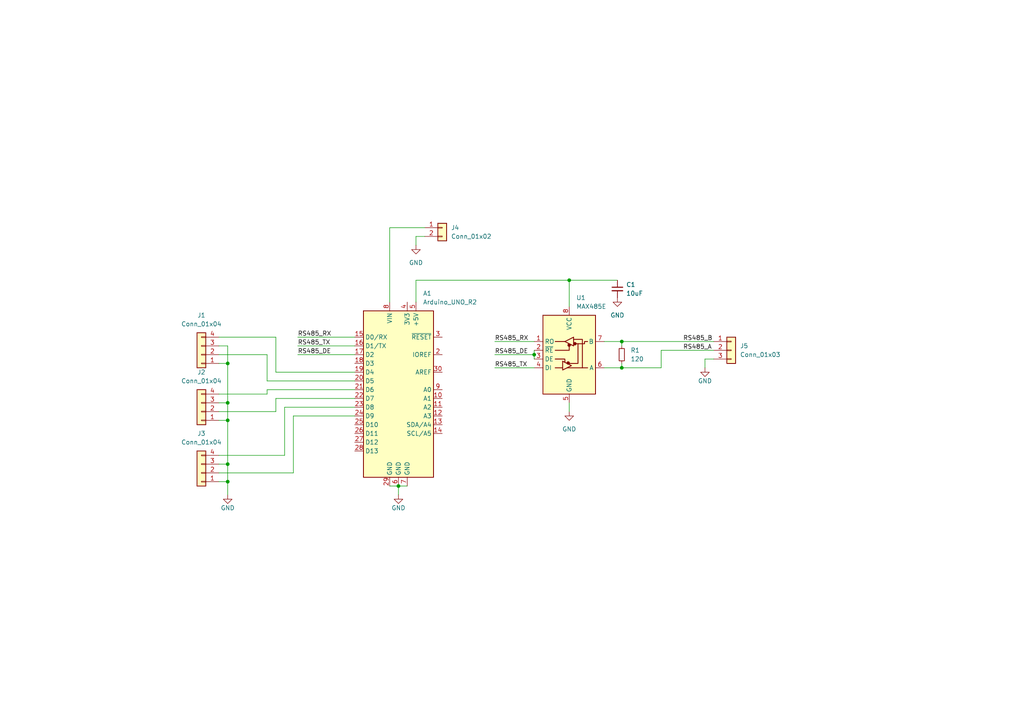
<source format=kicad_sch>
(kicad_sch (version 20211123) (generator eeschema)

  (uuid 4b617d4e-95ab-4de3-952a-7a742a5d8733)

  (paper "A4")

  (lib_symbols
    (symbol "Connector_Generic:Conn_01x02" (pin_names (offset 1.016) hide) (in_bom yes) (on_board yes)
      (property "Reference" "J" (id 0) (at 0 2.54 0)
        (effects (font (size 1.27 1.27)))
      )
      (property "Value" "Conn_01x02" (id 1) (at 0 -5.08 0)
        (effects (font (size 1.27 1.27)))
      )
      (property "Footprint" "" (id 2) (at 0 0 0)
        (effects (font (size 1.27 1.27)) hide)
      )
      (property "Datasheet" "~" (id 3) (at 0 0 0)
        (effects (font (size 1.27 1.27)) hide)
      )
      (property "ki_keywords" "connector" (id 4) (at 0 0 0)
        (effects (font (size 1.27 1.27)) hide)
      )
      (property "ki_description" "Generic connector, single row, 01x02, script generated (kicad-library-utils/schlib/autogen/connector/)" (id 5) (at 0 0 0)
        (effects (font (size 1.27 1.27)) hide)
      )
      (property "ki_fp_filters" "Connector*:*_1x??_*" (id 6) (at 0 0 0)
        (effects (font (size 1.27 1.27)) hide)
      )
      (symbol "Conn_01x02_1_1"
        (rectangle (start -1.27 -2.413) (end 0 -2.667)
          (stroke (width 0.1524) (type default) (color 0 0 0 0))
          (fill (type none))
        )
        (rectangle (start -1.27 0.127) (end 0 -0.127)
          (stroke (width 0.1524) (type default) (color 0 0 0 0))
          (fill (type none))
        )
        (rectangle (start -1.27 1.27) (end 1.27 -3.81)
          (stroke (width 0.254) (type default) (color 0 0 0 0))
          (fill (type background))
        )
        (pin passive line (at -5.08 0 0) (length 3.81)
          (name "Pin_1" (effects (font (size 1.27 1.27))))
          (number "1" (effects (font (size 1.27 1.27))))
        )
        (pin passive line (at -5.08 -2.54 0) (length 3.81)
          (name "Pin_2" (effects (font (size 1.27 1.27))))
          (number "2" (effects (font (size 1.27 1.27))))
        )
      )
    )
    (symbol "Connector_Generic:Conn_01x03" (pin_names (offset 1.016) hide) (in_bom yes) (on_board yes)
      (property "Reference" "J" (id 0) (at 0 5.08 0)
        (effects (font (size 1.27 1.27)))
      )
      (property "Value" "Conn_01x03" (id 1) (at 0 -5.08 0)
        (effects (font (size 1.27 1.27)))
      )
      (property "Footprint" "" (id 2) (at 0 0 0)
        (effects (font (size 1.27 1.27)) hide)
      )
      (property "Datasheet" "~" (id 3) (at 0 0 0)
        (effects (font (size 1.27 1.27)) hide)
      )
      (property "ki_keywords" "connector" (id 4) (at 0 0 0)
        (effects (font (size 1.27 1.27)) hide)
      )
      (property "ki_description" "Generic connector, single row, 01x03, script generated (kicad-library-utils/schlib/autogen/connector/)" (id 5) (at 0 0 0)
        (effects (font (size 1.27 1.27)) hide)
      )
      (property "ki_fp_filters" "Connector*:*_1x??_*" (id 6) (at 0 0 0)
        (effects (font (size 1.27 1.27)) hide)
      )
      (symbol "Conn_01x03_1_1"
        (rectangle (start -1.27 -2.413) (end 0 -2.667)
          (stroke (width 0.1524) (type default) (color 0 0 0 0))
          (fill (type none))
        )
        (rectangle (start -1.27 0.127) (end 0 -0.127)
          (stroke (width 0.1524) (type default) (color 0 0 0 0))
          (fill (type none))
        )
        (rectangle (start -1.27 2.667) (end 0 2.413)
          (stroke (width 0.1524) (type default) (color 0 0 0 0))
          (fill (type none))
        )
        (rectangle (start -1.27 3.81) (end 1.27 -3.81)
          (stroke (width 0.254) (type default) (color 0 0 0 0))
          (fill (type background))
        )
        (pin passive line (at -5.08 2.54 0) (length 3.81)
          (name "Pin_1" (effects (font (size 1.27 1.27))))
          (number "1" (effects (font (size 1.27 1.27))))
        )
        (pin passive line (at -5.08 0 0) (length 3.81)
          (name "Pin_2" (effects (font (size 1.27 1.27))))
          (number "2" (effects (font (size 1.27 1.27))))
        )
        (pin passive line (at -5.08 -2.54 0) (length 3.81)
          (name "Pin_3" (effects (font (size 1.27 1.27))))
          (number "3" (effects (font (size 1.27 1.27))))
        )
      )
    )
    (symbol "Connector_Generic:Conn_01x04" (pin_names (offset 1.016) hide) (in_bom yes) (on_board yes)
      (property "Reference" "J" (id 0) (at 0 5.08 0)
        (effects (font (size 1.27 1.27)))
      )
      (property "Value" "Conn_01x04" (id 1) (at 0 -7.62 0)
        (effects (font (size 1.27 1.27)))
      )
      (property "Footprint" "" (id 2) (at 0 0 0)
        (effects (font (size 1.27 1.27)) hide)
      )
      (property "Datasheet" "~" (id 3) (at 0 0 0)
        (effects (font (size 1.27 1.27)) hide)
      )
      (property "ki_keywords" "connector" (id 4) (at 0 0 0)
        (effects (font (size 1.27 1.27)) hide)
      )
      (property "ki_description" "Generic connector, single row, 01x04, script generated (kicad-library-utils/schlib/autogen/connector/)" (id 5) (at 0 0 0)
        (effects (font (size 1.27 1.27)) hide)
      )
      (property "ki_fp_filters" "Connector*:*_1x??_*" (id 6) (at 0 0 0)
        (effects (font (size 1.27 1.27)) hide)
      )
      (symbol "Conn_01x04_1_1"
        (rectangle (start -1.27 -4.953) (end 0 -5.207)
          (stroke (width 0.1524) (type default) (color 0 0 0 0))
          (fill (type none))
        )
        (rectangle (start -1.27 -2.413) (end 0 -2.667)
          (stroke (width 0.1524) (type default) (color 0 0 0 0))
          (fill (type none))
        )
        (rectangle (start -1.27 0.127) (end 0 -0.127)
          (stroke (width 0.1524) (type default) (color 0 0 0 0))
          (fill (type none))
        )
        (rectangle (start -1.27 2.667) (end 0 2.413)
          (stroke (width 0.1524) (type default) (color 0 0 0 0))
          (fill (type none))
        )
        (rectangle (start -1.27 3.81) (end 1.27 -6.35)
          (stroke (width 0.254) (type default) (color 0 0 0 0))
          (fill (type background))
        )
        (pin passive line (at -5.08 2.54 0) (length 3.81)
          (name "Pin_1" (effects (font (size 1.27 1.27))))
          (number "1" (effects (font (size 1.27 1.27))))
        )
        (pin passive line (at -5.08 0 0) (length 3.81)
          (name "Pin_2" (effects (font (size 1.27 1.27))))
          (number "2" (effects (font (size 1.27 1.27))))
        )
        (pin passive line (at -5.08 -2.54 0) (length 3.81)
          (name "Pin_3" (effects (font (size 1.27 1.27))))
          (number "3" (effects (font (size 1.27 1.27))))
        )
        (pin passive line (at -5.08 -5.08 0) (length 3.81)
          (name "Pin_4" (effects (font (size 1.27 1.27))))
          (number "4" (effects (font (size 1.27 1.27))))
        )
      )
    )
    (symbol "Device:C_Small" (pin_numbers hide) (pin_names (offset 0.254) hide) (in_bom yes) (on_board yes)
      (property "Reference" "C" (id 0) (at 0.254 1.778 0)
        (effects (font (size 1.27 1.27)) (justify left))
      )
      (property "Value" "C_Small" (id 1) (at 0.254 -2.032 0)
        (effects (font (size 1.27 1.27)) (justify left))
      )
      (property "Footprint" "" (id 2) (at 0 0 0)
        (effects (font (size 1.27 1.27)) hide)
      )
      (property "Datasheet" "~" (id 3) (at 0 0 0)
        (effects (font (size 1.27 1.27)) hide)
      )
      (property "ki_keywords" "capacitor cap" (id 4) (at 0 0 0)
        (effects (font (size 1.27 1.27)) hide)
      )
      (property "ki_description" "Unpolarized capacitor, small symbol" (id 5) (at 0 0 0)
        (effects (font (size 1.27 1.27)) hide)
      )
      (property "ki_fp_filters" "C_*" (id 6) (at 0 0 0)
        (effects (font (size 1.27 1.27)) hide)
      )
      (symbol "C_Small_0_1"
        (polyline
          (pts
            (xy -1.524 -0.508)
            (xy 1.524 -0.508)
          )
          (stroke (width 0.3302) (type default) (color 0 0 0 0))
          (fill (type none))
        )
        (polyline
          (pts
            (xy -1.524 0.508)
            (xy 1.524 0.508)
          )
          (stroke (width 0.3048) (type default) (color 0 0 0 0))
          (fill (type none))
        )
      )
      (symbol "C_Small_1_1"
        (pin passive line (at 0 2.54 270) (length 2.032)
          (name "~" (effects (font (size 1.27 1.27))))
          (number "1" (effects (font (size 1.27 1.27))))
        )
        (pin passive line (at 0 -2.54 90) (length 2.032)
          (name "~" (effects (font (size 1.27 1.27))))
          (number "2" (effects (font (size 1.27 1.27))))
        )
      )
    )
    (symbol "Device:R_Small" (pin_numbers hide) (pin_names (offset 0.254) hide) (in_bom yes) (on_board yes)
      (property "Reference" "R" (id 0) (at 0.762 0.508 0)
        (effects (font (size 1.27 1.27)) (justify left))
      )
      (property "Value" "R_Small" (id 1) (at 0.762 -1.016 0)
        (effects (font (size 1.27 1.27)) (justify left))
      )
      (property "Footprint" "" (id 2) (at 0 0 0)
        (effects (font (size 1.27 1.27)) hide)
      )
      (property "Datasheet" "~" (id 3) (at 0 0 0)
        (effects (font (size 1.27 1.27)) hide)
      )
      (property "ki_keywords" "R resistor" (id 4) (at 0 0 0)
        (effects (font (size 1.27 1.27)) hide)
      )
      (property "ki_description" "Resistor, small symbol" (id 5) (at 0 0 0)
        (effects (font (size 1.27 1.27)) hide)
      )
      (property "ki_fp_filters" "R_*" (id 6) (at 0 0 0)
        (effects (font (size 1.27 1.27)) hide)
      )
      (symbol "R_Small_0_1"
        (rectangle (start -0.762 1.778) (end 0.762 -1.778)
          (stroke (width 0.2032) (type default) (color 0 0 0 0))
          (fill (type none))
        )
      )
      (symbol "R_Small_1_1"
        (pin passive line (at 0 2.54 270) (length 0.762)
          (name "~" (effects (font (size 1.27 1.27))))
          (number "1" (effects (font (size 1.27 1.27))))
        )
        (pin passive line (at 0 -2.54 90) (length 0.762)
          (name "~" (effects (font (size 1.27 1.27))))
          (number "2" (effects (font (size 1.27 1.27))))
        )
      )
    )
    (symbol "Interface_UART:MAX485E" (in_bom yes) (on_board yes)
      (property "Reference" "U" (id 0) (at -6.096 11.43 0)
        (effects (font (size 1.27 1.27)))
      )
      (property "Value" "MAX485E" (id 1) (at 0.762 11.43 0)
        (effects (font (size 1.27 1.27)) (justify left))
      )
      (property "Footprint" "" (id 2) (at 0 -17.78 0)
        (effects (font (size 1.27 1.27)) hide)
      )
      (property "Datasheet" "https://datasheets.maximintegrated.com/en/ds/MAX1487E-MAX491E.pdf" (id 3) (at 0 1.27 0)
        (effects (font (size 1.27 1.27)) hide)
      )
      (property "ki_keywords" "Half duplex RS-485/RS-422, 2.5 Mbps, ±15kV electro-static discharge (ESD) protection, no slew-rate, no low-power shutdown, with receiver/driver enable, 32 receiver drive kapacitity, DIP-8 and SOIC-8" (id 4) (at 0 0 0)
        (effects (font (size 1.27 1.27)) hide)
      )
      (property "ki_description" "Half duplex RS-485/RS-422, 2.5 Mbps, ±15kV electro-static discharge (ESD) protection, no slew-rate, no low-power shutdown, with receiver/driver enable, 32 receiver drive kapacitity, DIP-8 and SOIC-8" (id 5) (at 0 0 0)
        (effects (font (size 1.27 1.27)) hide)
      )
      (property "ki_fp_filters" "DIP*W7.62mm* SOIC*3.9x4.9mm*P1.27mm*" (id 6) (at 0 0 0)
        (effects (font (size 1.27 1.27)) hide)
      )
      (symbol "MAX485E_0_1"
        (rectangle (start -7.62 10.16) (end 7.62 -12.7)
          (stroke (width 0.254) (type default) (color 0 0 0 0))
          (fill (type background))
        )
        (circle (center -0.3048 -3.683) (radius 0.3556)
          (stroke (width 0.254) (type default) (color 0 0 0 0))
          (fill (type outline))
        )
        (circle (center -0.0254 1.4986) (radius 0.3556)
          (stroke (width 0.254) (type default) (color 0 0 0 0))
          (fill (type outline))
        )
        (polyline
          (pts
            (xy -4.064 -5.08)
            (xy -1.905 -5.08)
          )
          (stroke (width 0.254) (type default) (color 0 0 0 0))
          (fill (type none))
        )
        (polyline
          (pts
            (xy -4.064 2.54)
            (xy -1.27 2.54)
          )
          (stroke (width 0.254) (type default) (color 0 0 0 0))
          (fill (type none))
        )
        (polyline
          (pts
            (xy -1.27 -3.2004)
            (xy -1.27 -3.4544)
          )
          (stroke (width 0.254) (type default) (color 0 0 0 0))
          (fill (type none))
        )
        (polyline
          (pts
            (xy -0.635 -5.08)
            (xy 5.334 -5.08)
          )
          (stroke (width 0.254) (type default) (color 0 0 0 0))
          (fill (type none))
        )
        (polyline
          (pts
            (xy -4.064 -2.54)
            (xy -1.27 -2.54)
            (xy -1.27 -3.175)
          )
          (stroke (width 0.254) (type default) (color 0 0 0 0))
          (fill (type none))
        )
        (polyline
          (pts
            (xy 0 1.27)
            (xy 0 0)
            (xy -4.064 0)
          )
          (stroke (width 0.254) (type default) (color 0 0 0 0))
          (fill (type none))
        )
        (polyline
          (pts
            (xy 1.27 3.175)
            (xy 3.81 3.175)
            (xy 3.81 -5.08)
          )
          (stroke (width 0.254) (type default) (color 0 0 0 0))
          (fill (type none))
        )
        (polyline
          (pts
            (xy 2.54 1.905)
            (xy 2.54 -3.81)
            (xy 0 -3.81)
          )
          (stroke (width 0.254) (type default) (color 0 0 0 0))
          (fill (type none))
        )
        (polyline
          (pts
            (xy -1.905 -3.175)
            (xy -1.905 -5.715)
            (xy 0.635 -4.445)
            (xy -1.905 -3.175)
          )
          (stroke (width 0.254) (type default) (color 0 0 0 0))
          (fill (type none))
        )
        (polyline
          (pts
            (xy -1.27 2.54)
            (xy 1.27 3.81)
            (xy 1.27 1.27)
            (xy -1.27 2.54)
          )
          (stroke (width 0.254) (type default) (color 0 0 0 0))
          (fill (type none))
        )
        (polyline
          (pts
            (xy 1.905 1.905)
            (xy 4.445 1.905)
            (xy 4.445 2.54)
            (xy 5.334 2.54)
          )
          (stroke (width 0.254) (type default) (color 0 0 0 0))
          (fill (type none))
        )
        (rectangle (start 1.27 3.175) (end 1.27 3.175)
          (stroke (width 0) (type default) (color 0 0 0 0))
          (fill (type none))
        )
        (circle (center 1.651 1.905) (radius 0.3556)
          (stroke (width 0.254) (type default) (color 0 0 0 0))
          (fill (type outline))
        )
      )
      (symbol "MAX485E_1_1"
        (pin output line (at -10.16 2.54 0) (length 2.54)
          (name "RO" (effects (font (size 1.27 1.27))))
          (number "1" (effects (font (size 1.27 1.27))))
        )
        (pin input line (at -10.16 0 0) (length 2.54)
          (name "~{RE}" (effects (font (size 1.27 1.27))))
          (number "2" (effects (font (size 1.27 1.27))))
        )
        (pin input line (at -10.16 -2.54 0) (length 2.54)
          (name "DE" (effects (font (size 1.27 1.27))))
          (number "3" (effects (font (size 1.27 1.27))))
        )
        (pin input line (at -10.16 -5.08 0) (length 2.54)
          (name "DI" (effects (font (size 1.27 1.27))))
          (number "4" (effects (font (size 1.27 1.27))))
        )
        (pin power_in line (at 0 -15.24 90) (length 2.54)
          (name "GND" (effects (font (size 1.27 1.27))))
          (number "5" (effects (font (size 1.27 1.27))))
        )
        (pin bidirectional line (at 10.16 -5.08 180) (length 2.54)
          (name "A" (effects (font (size 1.27 1.27))))
          (number "6" (effects (font (size 1.27 1.27))))
        )
        (pin bidirectional line (at 10.16 2.54 180) (length 2.54)
          (name "B" (effects (font (size 1.27 1.27))))
          (number "7" (effects (font (size 1.27 1.27))))
        )
        (pin power_in line (at 0 12.7 270) (length 2.54)
          (name "VCC" (effects (font (size 1.27 1.27))))
          (number "8" (effects (font (size 1.27 1.27))))
        )
      )
    )
    (symbol "MCU_Module:Arduino_UNO_R2" (in_bom yes) (on_board yes)
      (property "Reference" "A" (id 0) (at -10.16 23.495 0)
        (effects (font (size 1.27 1.27)) (justify left bottom))
      )
      (property "Value" "Arduino_UNO_R2" (id 1) (at 5.08 -26.67 0)
        (effects (font (size 1.27 1.27)) (justify left top))
      )
      (property "Footprint" "Module:Arduino_UNO_R2" (id 2) (at 0 0 0)
        (effects (font (size 1.27 1.27) italic) hide)
      )
      (property "Datasheet" "https://www.arduino.cc/en/Main/arduinoBoardUno" (id 3) (at 0 0 0)
        (effects (font (size 1.27 1.27)) hide)
      )
      (property "ki_keywords" "Arduino UNO R3 Microcontroller Module Atmel AVR USB" (id 4) (at 0 0 0)
        (effects (font (size 1.27 1.27)) hide)
      )
      (property "ki_description" "Arduino UNO Microcontroller Module, release 2" (id 5) (at 0 0 0)
        (effects (font (size 1.27 1.27)) hide)
      )
      (property "ki_fp_filters" "Arduino*UNO*R2*" (id 6) (at 0 0 0)
        (effects (font (size 1.27 1.27)) hide)
      )
      (symbol "Arduino_UNO_R2_0_1"
        (rectangle (start -10.16 22.86) (end 10.16 -25.4)
          (stroke (width 0.254) (type default) (color 0 0 0 0))
          (fill (type background))
        )
      )
      (symbol "Arduino_UNO_R2_1_1"
        (pin no_connect line (at -10.16 -20.32 0) (length 2.54) hide
          (name "NC" (effects (font (size 1.27 1.27))))
          (number "1" (effects (font (size 1.27 1.27))))
        )
        (pin bidirectional line (at 12.7 -2.54 180) (length 2.54)
          (name "A1" (effects (font (size 1.27 1.27))))
          (number "10" (effects (font (size 1.27 1.27))))
        )
        (pin bidirectional line (at 12.7 -5.08 180) (length 2.54)
          (name "A2" (effects (font (size 1.27 1.27))))
          (number "11" (effects (font (size 1.27 1.27))))
        )
        (pin bidirectional line (at 12.7 -7.62 180) (length 2.54)
          (name "A3" (effects (font (size 1.27 1.27))))
          (number "12" (effects (font (size 1.27 1.27))))
        )
        (pin bidirectional line (at 12.7 -10.16 180) (length 2.54)
          (name "SDA/A4" (effects (font (size 1.27 1.27))))
          (number "13" (effects (font (size 1.27 1.27))))
        )
        (pin bidirectional line (at 12.7 -12.7 180) (length 2.54)
          (name "SCL/A5" (effects (font (size 1.27 1.27))))
          (number "14" (effects (font (size 1.27 1.27))))
        )
        (pin bidirectional line (at -12.7 15.24 0) (length 2.54)
          (name "D0/RX" (effects (font (size 1.27 1.27))))
          (number "15" (effects (font (size 1.27 1.27))))
        )
        (pin bidirectional line (at -12.7 12.7 0) (length 2.54)
          (name "D1/TX" (effects (font (size 1.27 1.27))))
          (number "16" (effects (font (size 1.27 1.27))))
        )
        (pin bidirectional line (at -12.7 10.16 0) (length 2.54)
          (name "D2" (effects (font (size 1.27 1.27))))
          (number "17" (effects (font (size 1.27 1.27))))
        )
        (pin bidirectional line (at -12.7 7.62 0) (length 2.54)
          (name "D3" (effects (font (size 1.27 1.27))))
          (number "18" (effects (font (size 1.27 1.27))))
        )
        (pin bidirectional line (at -12.7 5.08 0) (length 2.54)
          (name "D4" (effects (font (size 1.27 1.27))))
          (number "19" (effects (font (size 1.27 1.27))))
        )
        (pin output line (at 12.7 10.16 180) (length 2.54)
          (name "IOREF" (effects (font (size 1.27 1.27))))
          (number "2" (effects (font (size 1.27 1.27))))
        )
        (pin bidirectional line (at -12.7 2.54 0) (length 2.54)
          (name "D5" (effects (font (size 1.27 1.27))))
          (number "20" (effects (font (size 1.27 1.27))))
        )
        (pin bidirectional line (at -12.7 0 0) (length 2.54)
          (name "D6" (effects (font (size 1.27 1.27))))
          (number "21" (effects (font (size 1.27 1.27))))
        )
        (pin bidirectional line (at -12.7 -2.54 0) (length 2.54)
          (name "D7" (effects (font (size 1.27 1.27))))
          (number "22" (effects (font (size 1.27 1.27))))
        )
        (pin bidirectional line (at -12.7 -5.08 0) (length 2.54)
          (name "D8" (effects (font (size 1.27 1.27))))
          (number "23" (effects (font (size 1.27 1.27))))
        )
        (pin bidirectional line (at -12.7 -7.62 0) (length 2.54)
          (name "D9" (effects (font (size 1.27 1.27))))
          (number "24" (effects (font (size 1.27 1.27))))
        )
        (pin bidirectional line (at -12.7 -10.16 0) (length 2.54)
          (name "D10" (effects (font (size 1.27 1.27))))
          (number "25" (effects (font (size 1.27 1.27))))
        )
        (pin bidirectional line (at -12.7 -12.7 0) (length 2.54)
          (name "D11" (effects (font (size 1.27 1.27))))
          (number "26" (effects (font (size 1.27 1.27))))
        )
        (pin bidirectional line (at -12.7 -15.24 0) (length 2.54)
          (name "D12" (effects (font (size 1.27 1.27))))
          (number "27" (effects (font (size 1.27 1.27))))
        )
        (pin bidirectional line (at -12.7 -17.78 0) (length 2.54)
          (name "D13" (effects (font (size 1.27 1.27))))
          (number "28" (effects (font (size 1.27 1.27))))
        )
        (pin power_in line (at -2.54 -27.94 90) (length 2.54)
          (name "GND" (effects (font (size 1.27 1.27))))
          (number "29" (effects (font (size 1.27 1.27))))
        )
        (pin input line (at 12.7 15.24 180) (length 2.54)
          (name "~{RESET}" (effects (font (size 1.27 1.27))))
          (number "3" (effects (font (size 1.27 1.27))))
        )
        (pin input line (at 12.7 5.08 180) (length 2.54)
          (name "AREF" (effects (font (size 1.27 1.27))))
          (number "30" (effects (font (size 1.27 1.27))))
        )
        (pin power_out line (at 2.54 25.4 270) (length 2.54)
          (name "3V3" (effects (font (size 1.27 1.27))))
          (number "4" (effects (font (size 1.27 1.27))))
        )
        (pin power_out line (at 5.08 25.4 270) (length 2.54)
          (name "+5V" (effects (font (size 1.27 1.27))))
          (number "5" (effects (font (size 1.27 1.27))))
        )
        (pin power_in line (at 0 -27.94 90) (length 2.54)
          (name "GND" (effects (font (size 1.27 1.27))))
          (number "6" (effects (font (size 1.27 1.27))))
        )
        (pin power_in line (at 2.54 -27.94 90) (length 2.54)
          (name "GND" (effects (font (size 1.27 1.27))))
          (number "7" (effects (font (size 1.27 1.27))))
        )
        (pin power_in line (at -2.54 25.4 270) (length 2.54)
          (name "VIN" (effects (font (size 1.27 1.27))))
          (number "8" (effects (font (size 1.27 1.27))))
        )
        (pin bidirectional line (at 12.7 0 180) (length 2.54)
          (name "A0" (effects (font (size 1.27 1.27))))
          (number "9" (effects (font (size 1.27 1.27))))
        )
      )
    )
    (symbol "power:GND" (power) (pin_names (offset 0)) (in_bom yes) (on_board yes)
      (property "Reference" "#PWR" (id 0) (at 0 -6.35 0)
        (effects (font (size 1.27 1.27)) hide)
      )
      (property "Value" "GND" (id 1) (at 0 -3.81 0)
        (effects (font (size 1.27 1.27)))
      )
      (property "Footprint" "" (id 2) (at 0 0 0)
        (effects (font (size 1.27 1.27)) hide)
      )
      (property "Datasheet" "" (id 3) (at 0 0 0)
        (effects (font (size 1.27 1.27)) hide)
      )
      (property "ki_keywords" "global power" (id 4) (at 0 0 0)
        (effects (font (size 1.27 1.27)) hide)
      )
      (property "ki_description" "Power symbol creates a global label with name \"GND\" , ground" (id 5) (at 0 0 0)
        (effects (font (size 1.27 1.27)) hide)
      )
      (symbol "GND_0_1"
        (polyline
          (pts
            (xy 0 0)
            (xy 0 -1.27)
            (xy 1.27 -1.27)
            (xy 0 -2.54)
            (xy -1.27 -1.27)
            (xy 0 -1.27)
          )
          (stroke (width 0) (type default) (color 0 0 0 0))
          (fill (type none))
        )
      )
      (symbol "GND_1_1"
        (pin power_in line (at 0 0 270) (length 0) hide
          (name "GND" (effects (font (size 1.27 1.27))))
          (number "1" (effects (font (size 1.27 1.27))))
        )
      )
    )
  )

  (junction (at 66.04 116.84) (diameter 0) (color 0 0 0 0)
    (uuid 02edde10-5a55-41ca-8ee4-aadb7d3b0c9e)
  )
  (junction (at 154.94 102.87) (diameter 0) (color 0 0 0 0)
    (uuid 1b8e6123-19f0-40e5-9fa5-aad5b91fd683)
  )
  (junction (at 66.04 134.62) (diameter 0) (color 0 0 0 0)
    (uuid 553c8c7a-4d33-489b-aee5-933213073bba)
  )
  (junction (at 66.04 139.7) (diameter 0) (color 0 0 0 0)
    (uuid 5d04499c-8ff9-47d2-b694-ea6a0460b30f)
  )
  (junction (at 66.04 121.92) (diameter 0) (color 0 0 0 0)
    (uuid 5e5aea01-8302-4f4d-8ccd-6a2069efb22b)
  )
  (junction (at 115.57 140.97) (diameter 0) (color 0 0 0 0)
    (uuid 6b04fbef-34b7-4c40-87ed-f2105c694500)
  )
  (junction (at 66.04 105.41) (diameter 0) (color 0 0 0 0)
    (uuid 711398ce-e64f-44bd-ac33-171813f55e9e)
  )
  (junction (at 165.1 81.28) (diameter 0) (color 0 0 0 0)
    (uuid 9dd7f35e-cf27-42d9-bd81-56187be217bc)
  )
  (junction (at 180.34 106.68) (diameter 0) (color 0 0 0 0)
    (uuid ecd2668d-4a96-4d03-8edf-40b4bbed2c9d)
  )
  (junction (at 180.34 99.06) (diameter 0) (color 0 0 0 0)
    (uuid f2c976fb-5603-4843-80ad-861502086aeb)
  )

  (wire (pts (xy 204.47 104.14) (xy 204.47 106.68))
    (stroke (width 0) (type default) (color 0 0 0 0))
    (uuid 0457b2ad-d148-4921-9cac-48e9cdf71bf3)
  )
  (wire (pts (xy 102.87 113.03) (xy 77.47 113.03))
    (stroke (width 0) (type default) (color 0 0 0 0))
    (uuid 0a107461-cd29-494e-bf28-f98092ac8fd3)
  )
  (wire (pts (xy 123.19 66.04) (xy 113.03 66.04))
    (stroke (width 0) (type default) (color 0 0 0 0))
    (uuid 0dafcc0a-3a18-469f-877f-1e23026dd5eb)
  )
  (wire (pts (xy 120.65 71.12) (xy 120.65 68.58))
    (stroke (width 0) (type default) (color 0 0 0 0))
    (uuid 0dba84b2-1792-499e-9cc0-4c7bd6555b2a)
  )
  (wire (pts (xy 63.5 100.33) (xy 66.04 100.33))
    (stroke (width 0) (type default) (color 0 0 0 0))
    (uuid 104ac271-82ad-4477-ab6a-dccea5a83b1b)
  )
  (wire (pts (xy 77.47 113.03) (xy 77.47 114.3))
    (stroke (width 0) (type default) (color 0 0 0 0))
    (uuid 12308253-6d7a-4f6c-8f12-9cef687c02e8)
  )
  (wire (pts (xy 120.65 68.58) (xy 123.19 68.58))
    (stroke (width 0) (type default) (color 0 0 0 0))
    (uuid 13e9a380-e4d8-4497-99e2-452b63ab5bb2)
  )
  (wire (pts (xy 63.5 105.41) (xy 66.04 105.41))
    (stroke (width 0) (type default) (color 0 0 0 0))
    (uuid 16a439c6-0758-42b8-9ac5-c2c9b149ff0c)
  )
  (wire (pts (xy 165.1 81.28) (xy 120.65 81.28))
    (stroke (width 0) (type default) (color 0 0 0 0))
    (uuid 16ca41f2-f1e2-4760-b194-5ba44c799a91)
  )
  (wire (pts (xy 66.04 134.62) (xy 66.04 139.7))
    (stroke (width 0) (type default) (color 0 0 0 0))
    (uuid 1cbddc4c-c5ab-4ac8-a593-53deebe48326)
  )
  (wire (pts (xy 165.1 116.84) (xy 165.1 119.38))
    (stroke (width 0) (type default) (color 0 0 0 0))
    (uuid 1ff70131-70ed-400e-b703-2271bc738da4)
  )
  (wire (pts (xy 120.65 81.28) (xy 120.65 87.63))
    (stroke (width 0) (type default) (color 0 0 0 0))
    (uuid 22cb5800-df91-4ea4-85b5-9731b2f70f3d)
  )
  (wire (pts (xy 86.36 97.79) (xy 102.87 97.79))
    (stroke (width 0) (type default) (color 0 0 0 0))
    (uuid 23b5b17c-837b-4e54-a7dc-65a2b2cc169c)
  )
  (wire (pts (xy 82.55 132.08) (xy 63.5 132.08))
    (stroke (width 0) (type default) (color 0 0 0 0))
    (uuid 248ba933-c774-4157-9357-5cf558076554)
  )
  (wire (pts (xy 86.36 102.87) (xy 102.87 102.87))
    (stroke (width 0) (type default) (color 0 0 0 0))
    (uuid 25db1918-7a29-4936-975b-874c55d8e6d2)
  )
  (wire (pts (xy 115.57 140.97) (xy 118.11 140.97))
    (stroke (width 0) (type default) (color 0 0 0 0))
    (uuid 26e2c7da-0f16-4ef0-ad85-32e8989e44f4)
  )
  (wire (pts (xy 165.1 88.9) (xy 165.1 81.28))
    (stroke (width 0) (type default) (color 0 0 0 0))
    (uuid 2d93584f-e93e-4313-895e-27d74365f0aa)
  )
  (wire (pts (xy 80.01 119.38) (xy 80.01 115.57))
    (stroke (width 0) (type default) (color 0 0 0 0))
    (uuid 399abdf0-5a50-4e12-96bd-6ef03b776071)
  )
  (wire (pts (xy 180.34 99.06) (xy 180.34 100.33))
    (stroke (width 0) (type default) (color 0 0 0 0))
    (uuid 49c0176c-8eea-442e-9403-e3727c655cf6)
  )
  (wire (pts (xy 82.55 118.11) (xy 82.55 132.08))
    (stroke (width 0) (type default) (color 0 0 0 0))
    (uuid 4a073ab3-bb70-450a-8b89-1e4064307f5e)
  )
  (wire (pts (xy 175.26 99.06) (xy 180.34 99.06))
    (stroke (width 0) (type default) (color 0 0 0 0))
    (uuid 53e722a0-7cc2-40f8-9dbf-a6c41ed8f3f7)
  )
  (wire (pts (xy 175.26 106.68) (xy 180.34 106.68))
    (stroke (width 0) (type default) (color 0 0 0 0))
    (uuid 58e580fb-7fd6-4915-b6a0-7da4ba5e461c)
  )
  (wire (pts (xy 77.47 114.3) (xy 63.5 114.3))
    (stroke (width 0) (type default) (color 0 0 0 0))
    (uuid 5a9c68e4-4da2-41ad-a13c-c0407efa3b1a)
  )
  (wire (pts (xy 180.34 106.68) (xy 191.77 106.68))
    (stroke (width 0) (type default) (color 0 0 0 0))
    (uuid 5ac36d57-ffe9-4693-850f-fe445e9970cf)
  )
  (wire (pts (xy 102.87 118.11) (xy 82.55 118.11))
    (stroke (width 0) (type default) (color 0 0 0 0))
    (uuid 5d71ae5d-d15f-4307-86e6-8c8b94e5f31e)
  )
  (wire (pts (xy 143.51 102.87) (xy 154.94 102.87))
    (stroke (width 0) (type default) (color 0 0 0 0))
    (uuid 5eaf6efe-3167-461e-b568-aafa3f0d7a3d)
  )
  (wire (pts (xy 80.01 97.79) (xy 63.5 97.79))
    (stroke (width 0) (type default) (color 0 0 0 0))
    (uuid 61473951-ae80-49f9-b280-fa715242746e)
  )
  (wire (pts (xy 85.09 120.65) (xy 102.87 120.65))
    (stroke (width 0) (type default) (color 0 0 0 0))
    (uuid 62a8eba7-ab55-45d0-9a96-6483810e1617)
  )
  (wire (pts (xy 63.5 102.87) (xy 77.47 102.87))
    (stroke (width 0) (type default) (color 0 0 0 0))
    (uuid 65892ac0-4af6-420c-936b-96532ed79b90)
  )
  (wire (pts (xy 191.77 101.6) (xy 207.01 101.6))
    (stroke (width 0) (type default) (color 0 0 0 0))
    (uuid 6674821a-6870-4930-b82f-daa51482ccb8)
  )
  (wire (pts (xy 115.57 140.97) (xy 115.57 143.51))
    (stroke (width 0) (type default) (color 0 0 0 0))
    (uuid 74b63eac-2c0c-4038-a620-1b5f7cb1ea0d)
  )
  (wire (pts (xy 63.5 119.38) (xy 80.01 119.38))
    (stroke (width 0) (type default) (color 0 0 0 0))
    (uuid 76885d34-0e29-474d-8eb4-3bf8705d9637)
  )
  (wire (pts (xy 80.01 115.57) (xy 102.87 115.57))
    (stroke (width 0) (type default) (color 0 0 0 0))
    (uuid 7fbec796-49a8-4132-a9c9-1f69c176df09)
  )
  (wire (pts (xy 63.5 121.92) (xy 66.04 121.92))
    (stroke (width 0) (type default) (color 0 0 0 0))
    (uuid 82a5c596-18d1-4ea0-8c80-a18644f4cf8b)
  )
  (wire (pts (xy 66.04 139.7) (xy 66.04 143.51))
    (stroke (width 0) (type default) (color 0 0 0 0))
    (uuid 8449ea7a-599d-4e5a-a923-6503b31dfe79)
  )
  (wire (pts (xy 77.47 110.49) (xy 102.87 110.49))
    (stroke (width 0) (type default) (color 0 0 0 0))
    (uuid 849aa634-3466-40a9-9f9b-68b592413ab0)
  )
  (wire (pts (xy 154.94 101.6) (xy 154.94 102.87))
    (stroke (width 0) (type default) (color 0 0 0 0))
    (uuid 854a6bc4-98f8-44c2-a4de-fe170658fa77)
  )
  (wire (pts (xy 66.04 100.33) (xy 66.04 105.41))
    (stroke (width 0) (type default) (color 0 0 0 0))
    (uuid 89dc9b91-b400-4b8b-9862-91c483447120)
  )
  (wire (pts (xy 66.04 121.92) (xy 66.04 134.62))
    (stroke (width 0) (type default) (color 0 0 0 0))
    (uuid 97ac5977-b18d-4169-bb3e-3558c1da2753)
  )
  (wire (pts (xy 165.1 81.28) (xy 179.07 81.28))
    (stroke (width 0) (type default) (color 0 0 0 0))
    (uuid 9ffd9690-bfe7-4a32-aa39-10bd42174cab)
  )
  (wire (pts (xy 63.5 116.84) (xy 66.04 116.84))
    (stroke (width 0) (type default) (color 0 0 0 0))
    (uuid ac596677-095b-4dab-bee8-993de9492ed5)
  )
  (wire (pts (xy 66.04 105.41) (xy 66.04 116.84))
    (stroke (width 0) (type default) (color 0 0 0 0))
    (uuid b216fe93-a6d2-48cf-94c5-7a164b617292)
  )
  (wire (pts (xy 85.09 137.16) (xy 85.09 120.65))
    (stroke (width 0) (type default) (color 0 0 0 0))
    (uuid b48aa478-06ae-4bcc-9238-de4e0b09e22a)
  )
  (wire (pts (xy 102.87 107.95) (xy 80.01 107.95))
    (stroke (width 0) (type default) (color 0 0 0 0))
    (uuid b7883222-c4e2-4bc5-b778-42665e4e3a9a)
  )
  (wire (pts (xy 66.04 116.84) (xy 66.04 121.92))
    (stroke (width 0) (type default) (color 0 0 0 0))
    (uuid ba794964-4707-4899-ba0a-39a7365143e7)
  )
  (wire (pts (xy 180.34 105.41) (xy 180.34 106.68))
    (stroke (width 0) (type default) (color 0 0 0 0))
    (uuid bef9e475-a8e0-423a-80b8-37762ebc2c85)
  )
  (wire (pts (xy 113.03 66.04) (xy 113.03 87.63))
    (stroke (width 0) (type default) (color 0 0 0 0))
    (uuid c027a46c-6dd3-4256-b712-adda0950f1bb)
  )
  (wire (pts (xy 143.51 106.68) (xy 154.94 106.68))
    (stroke (width 0) (type default) (color 0 0 0 0))
    (uuid c4c1067c-a299-409c-b76d-9c42368cef48)
  )
  (wire (pts (xy 77.47 102.87) (xy 77.47 110.49))
    (stroke (width 0) (type default) (color 0 0 0 0))
    (uuid c6562b9f-21b9-4564-859c-b00247043159)
  )
  (wire (pts (xy 154.94 102.87) (xy 154.94 104.14))
    (stroke (width 0) (type default) (color 0 0 0 0))
    (uuid c9ac563e-4fc4-4be0-be18-95c0f3db4bbc)
  )
  (wire (pts (xy 63.5 139.7) (xy 66.04 139.7))
    (stroke (width 0) (type default) (color 0 0 0 0))
    (uuid d02525e2-bad7-4c47-9ee2-65a3058caa08)
  )
  (wire (pts (xy 207.01 104.14) (xy 204.47 104.14))
    (stroke (width 0) (type default) (color 0 0 0 0))
    (uuid d3d2a969-46a8-4f21-a4a9-e282ff510bfe)
  )
  (wire (pts (xy 191.77 106.68) (xy 191.77 101.6))
    (stroke (width 0) (type default) (color 0 0 0 0))
    (uuid ddc8533e-f6fb-4ab3-ac2f-502114a9f274)
  )
  (wire (pts (xy 80.01 107.95) (xy 80.01 97.79))
    (stroke (width 0) (type default) (color 0 0 0 0))
    (uuid ea24ddbc-0ddd-43b7-9767-f509a4e38d67)
  )
  (wire (pts (xy 63.5 134.62) (xy 66.04 134.62))
    (stroke (width 0) (type default) (color 0 0 0 0))
    (uuid eae46bae-98a9-4d15-bd5a-4cab01a42152)
  )
  (wire (pts (xy 63.5 137.16) (xy 85.09 137.16))
    (stroke (width 0) (type default) (color 0 0 0 0))
    (uuid ecc77528-6633-4b5c-b500-616598ef3bc0)
  )
  (wire (pts (xy 143.51 99.06) (xy 154.94 99.06))
    (stroke (width 0) (type default) (color 0 0 0 0))
    (uuid ecc77d6c-da19-480e-8b8c-ca3bf2ee6bf1)
  )
  (wire (pts (xy 86.36 100.33) (xy 102.87 100.33))
    (stroke (width 0) (type default) (color 0 0 0 0))
    (uuid ed372981-450a-450e-ba38-172514168cdc)
  )
  (wire (pts (xy 113.03 140.97) (xy 115.57 140.97))
    (stroke (width 0) (type default) (color 0 0 0 0))
    (uuid f26bd5e2-f347-49ed-85e2-ba5c7f2971d8)
  )
  (wire (pts (xy 180.34 99.06) (xy 207.01 99.06))
    (stroke (width 0) (type default) (color 0 0 0 0))
    (uuid fc893d8e-00d3-41a6-98e4-5ce918336f0e)
  )

  (label "RS485_DE" (at 86.36 102.87 0)
    (effects (font (size 1.27 1.27)) (justify left bottom))
    (uuid 047b776b-ec33-43b5-97d3-427ca6e4298c)
  )
  (label "RS485_TX" (at 143.51 106.68 0)
    (effects (font (size 1.27 1.27)) (justify left bottom))
    (uuid 102979ef-5338-43b2-8ebd-146c7772fffb)
  )
  (label "RS485_RX" (at 86.36 97.79 0)
    (effects (font (size 1.27 1.27)) (justify left bottom))
    (uuid 263f04f7-2d1b-499d-aaf6-145418c7a6ea)
  )
  (label "RS485_RX" (at 143.51 99.06 0)
    (effects (font (size 1.27 1.27)) (justify left bottom))
    (uuid 38924be3-840a-4399-beda-9cf8fb481a17)
  )
  (label "RS485_A" (at 198.12 101.6 0)
    (effects (font (size 1.27 1.27)) (justify left bottom))
    (uuid 87518c0f-d0ef-465b-a093-daf222100f15)
  )
  (label "RS485_DE" (at 143.51 102.87 0)
    (effects (font (size 1.27 1.27)) (justify left bottom))
    (uuid 91f2e897-0f4a-4a53-bc5a-fe0cbdbd7ed1)
  )
  (label "RS485_TX" (at 86.36 100.33 0)
    (effects (font (size 1.27 1.27)) (justify left bottom))
    (uuid d3ee8ba8-6403-4dbd-8a0a-3f638a432873)
  )
  (label "RS485_B" (at 198.12 99.06 0)
    (effects (font (size 1.27 1.27)) (justify left bottom))
    (uuid de34b200-96c0-4391-a1ab-686d68dc2ad7)
  )

  (symbol (lib_id "Connector_Generic:Conn_01x02") (at 128.27 66.04 0) (unit 1)
    (in_bom yes) (on_board yes) (fields_autoplaced)
    (uuid 199b65ae-7059-4aa8-814a-ae328c8150b4)
    (property "Reference" "J4" (id 0) (at 130.81 66.0399 0)
      (effects (font (size 1.27 1.27)) (justify left))
    )
    (property "Value" "Conn_01x02" (id 1) (at 130.81 68.5799 0)
      (effects (font (size 1.27 1.27)) (justify left))
    )
    (property "Footprint" "TerminalBlock_Phoenix:TerminalBlock_Phoenix_PT-1,5-2-3.5-H_1x02_P3.50mm_Horizontal" (id 2) (at 128.27 66.04 0)
      (effects (font (size 1.27 1.27)) hide)
    )
    (property "Datasheet" "~" (id 3) (at 128.27 66.04 0)
      (effects (font (size 1.27 1.27)) hide)
    )
    (pin "1" (uuid 9c52d8ed-faf1-435b-9059-71dea1e51289))
    (pin "2" (uuid 3293a189-8c77-4661-b837-8280a1d82f1c))
  )

  (symbol (lib_id "power:GND") (at 204.47 106.68 0) (unit 1)
    (in_bom yes) (on_board yes)
    (uuid 2aff1025-d13b-48ce-ab92-294bc026fcbc)
    (property "Reference" "#PWR0101" (id 0) (at 204.47 113.03 0)
      (effects (font (size 1.27 1.27)) hide)
    )
    (property "Value" "GND" (id 1) (at 204.47 110.49 0))
    (property "Footprint" "" (id 2) (at 204.47 106.68 0)
      (effects (font (size 1.27 1.27)) hide)
    )
    (property "Datasheet" "" (id 3) (at 204.47 106.68 0)
      (effects (font (size 1.27 1.27)) hide)
    )
    (pin "1" (uuid f14a6daa-1793-4a31-a3d2-034301be869b))
  )

  (symbol (lib_id "Connector_Generic:Conn_01x04") (at 58.42 119.38 180) (unit 1)
    (in_bom yes) (on_board yes) (fields_autoplaced)
    (uuid 3ffcb9a8-9493-43a4-b527-f2947b6b41b1)
    (property "Reference" "J2" (id 0) (at 58.42 107.95 0))
    (property "Value" "Conn_01x04" (id 1) (at 58.42 110.49 0))
    (property "Footprint" "TerminalBlock_Phoenix:TerminalBlock_Phoenix_PT-1,5-4-3.5-H_1x04_P3.50mm_Horizontal" (id 2) (at 58.42 119.38 0)
      (effects (font (size 1.27 1.27)) hide)
    )
    (property "Datasheet" "~" (id 3) (at 58.42 119.38 0)
      (effects (font (size 1.27 1.27)) hide)
    )
    (pin "1" (uuid ef9e31f9-1a7d-4ffb-8601-466e1528fe3e))
    (pin "2" (uuid 50187340-17ac-419d-a91f-5dac25fd4282))
    (pin "3" (uuid 15fcac77-81d3-4e6f-b797-8149a280df1d))
    (pin "4" (uuid c30f1f7f-3ecb-431d-a810-5b9bc1227ff6))
  )

  (symbol (lib_id "Connector_Generic:Conn_01x03") (at 212.09 101.6 0) (unit 1)
    (in_bom yes) (on_board yes) (fields_autoplaced)
    (uuid 4b178b46-527e-4e70-8217-33967f4e12f1)
    (property "Reference" "J5" (id 0) (at 214.63 100.3299 0)
      (effects (font (size 1.27 1.27)) (justify left))
    )
    (property "Value" "Conn_01x03" (id 1) (at 214.63 102.8699 0)
      (effects (font (size 1.27 1.27)) (justify left))
    )
    (property "Footprint" "TerminalBlock_Phoenix:TerminalBlock_Phoenix_PT-1,5-3-3.5-H_1x03_P3.50mm_Horizontal" (id 2) (at 212.09 101.6 0)
      (effects (font (size 1.27 1.27)) hide)
    )
    (property "Datasheet" "~" (id 3) (at 212.09 101.6 0)
      (effects (font (size 1.27 1.27)) hide)
    )
    (pin "1" (uuid b4a8ab7c-c953-4b17-aa2b-89c120d18fdd))
    (pin "2" (uuid bf328832-c51d-4b65-8099-84e69c6a2bc0))
    (pin "3" (uuid e4487e0f-f435-47bc-abcd-85fbd80198fa))
  )

  (symbol (lib_id "power:GND") (at 179.07 86.36 0) (unit 1)
    (in_bom yes) (on_board yes) (fields_autoplaced)
    (uuid 70a58261-eff5-4b60-8bf8-785d9c9fd9f2)
    (property "Reference" "#PWR0104" (id 0) (at 179.07 92.71 0)
      (effects (font (size 1.27 1.27)) hide)
    )
    (property "Value" "GND" (id 1) (at 179.07 91.44 0))
    (property "Footprint" "" (id 2) (at 179.07 86.36 0)
      (effects (font (size 1.27 1.27)) hide)
    )
    (property "Datasheet" "" (id 3) (at 179.07 86.36 0)
      (effects (font (size 1.27 1.27)) hide)
    )
    (pin "1" (uuid 2e2bf3e1-b959-4e48-97c7-bd840d374487))
  )

  (symbol (lib_id "Connector_Generic:Conn_01x04") (at 58.42 102.87 180) (unit 1)
    (in_bom yes) (on_board yes) (fields_autoplaced)
    (uuid 774f6221-841c-41b4-abc4-6ccddd1de7f2)
    (property "Reference" "J1" (id 0) (at 58.42 91.44 0))
    (property "Value" "Conn_01x04" (id 1) (at 58.42 93.98 0))
    (property "Footprint" "TerminalBlock_Phoenix:TerminalBlock_Phoenix_PT-1,5-4-3.5-H_1x04_P3.50mm_Horizontal" (id 2) (at 58.42 102.87 0)
      (effects (font (size 1.27 1.27)) hide)
    )
    (property "Datasheet" "~" (id 3) (at 58.42 102.87 0)
      (effects (font (size 1.27 1.27)) hide)
    )
    (pin "1" (uuid 907b852b-7645-4fdb-84e8-13e7f5ec6b8d))
    (pin "2" (uuid 1b694af3-d8df-4059-91ce-636046c98521))
    (pin "3" (uuid f5a5eab1-6050-4a67-ad69-4ed5ec7d0cab))
    (pin "4" (uuid 94bbf9f3-a620-44ba-b8b5-7dbe1e5cbcd4))
  )

  (symbol (lib_id "power:GND") (at 66.04 143.51 0) (unit 1)
    (in_bom yes) (on_board yes)
    (uuid 8314dfe5-2265-499b-bac4-50820e4b40e0)
    (property "Reference" "#PWR0106" (id 0) (at 66.04 149.86 0)
      (effects (font (size 1.27 1.27)) hide)
    )
    (property "Value" "GND" (id 1) (at 66.04 147.32 0))
    (property "Footprint" "" (id 2) (at 66.04 143.51 0)
      (effects (font (size 1.27 1.27)) hide)
    )
    (property "Datasheet" "" (id 3) (at 66.04 143.51 0)
      (effects (font (size 1.27 1.27)) hide)
    )
    (pin "1" (uuid 350522fc-9c4c-4985-be0d-df41edfc4e69))
  )

  (symbol (lib_id "power:GND") (at 120.65 71.12 0) (unit 1)
    (in_bom yes) (on_board yes) (fields_autoplaced)
    (uuid 8a2f429b-bb4c-40e7-abba-b6299a5217cd)
    (property "Reference" "#PWR0102" (id 0) (at 120.65 77.47 0)
      (effects (font (size 1.27 1.27)) hide)
    )
    (property "Value" "GND" (id 1) (at 120.65 76.2 0))
    (property "Footprint" "" (id 2) (at 120.65 71.12 0)
      (effects (font (size 1.27 1.27)) hide)
    )
    (property "Datasheet" "" (id 3) (at 120.65 71.12 0)
      (effects (font (size 1.27 1.27)) hide)
    )
    (pin "1" (uuid 72754c7d-bd3f-4741-848b-abb2b4dd3631))
  )

  (symbol (lib_id "power:GND") (at 165.1 119.38 0) (unit 1)
    (in_bom yes) (on_board yes) (fields_autoplaced)
    (uuid 93cc6fd0-90fd-40b4-80c3-e7d33558b7ba)
    (property "Reference" "#PWR0103" (id 0) (at 165.1 125.73 0)
      (effects (font (size 1.27 1.27)) hide)
    )
    (property "Value" "GND" (id 1) (at 165.1 124.46 0))
    (property "Footprint" "" (id 2) (at 165.1 119.38 0)
      (effects (font (size 1.27 1.27)) hide)
    )
    (property "Datasheet" "" (id 3) (at 165.1 119.38 0)
      (effects (font (size 1.27 1.27)) hide)
    )
    (pin "1" (uuid 6ef7f9bd-3932-4c4e-9056-c7086b5abf76))
  )

  (symbol (lib_id "Interface_UART:MAX485E") (at 165.1 101.6 0) (unit 1)
    (in_bom yes) (on_board yes) (fields_autoplaced)
    (uuid 97ea8416-652d-479f-931a-3af7c2d11277)
    (property "Reference" "U1" (id 0) (at 167.1194 86.36 0)
      (effects (font (size 1.27 1.27)) (justify left))
    )
    (property "Value" "MAX485E" (id 1) (at 167.1194 88.9 0)
      (effects (font (size 1.27 1.27)) (justify left))
    )
    (property "Footprint" "Package_DIP:DIP-8_W7.62mm" (id 2) (at 165.1 119.38 0)
      (effects (font (size 1.27 1.27)) hide)
    )
    (property "Datasheet" "https://datasheets.maximintegrated.com/en/ds/MAX1487E-MAX491E.pdf" (id 3) (at 165.1 100.33 0)
      (effects (font (size 1.27 1.27)) hide)
    )
    (pin "1" (uuid 7f07261a-0c69-495e-afe8-e1d1ecd3051b))
    (pin "2" (uuid 07a3cc7f-18a5-4db2-b3a0-9bde21101623))
    (pin "3" (uuid c6e3fd1a-7d6b-4a24-96ff-1f5f2ac682be))
    (pin "4" (uuid f8a36f1b-c5b8-4c9d-ba4d-97293c2bc27a))
    (pin "5" (uuid 8de39927-2983-489e-89eb-037b73294e0e))
    (pin "6" (uuid dea9940f-ddc6-4237-bf2a-40deac2d942f))
    (pin "7" (uuid 4241d81c-190b-4cf8-b436-28f61be2e2ab))
    (pin "8" (uuid 67be33e7-6704-4959-acc5-b06c5bcedbc4))
  )

  (symbol (lib_id "Connector_Generic:Conn_01x04") (at 58.42 137.16 180) (unit 1)
    (in_bom yes) (on_board yes) (fields_autoplaced)
    (uuid 984d176e-ce86-4e24-b25f-2182e2bc9e9f)
    (property "Reference" "J3" (id 0) (at 58.42 125.73 0))
    (property "Value" "Conn_01x04" (id 1) (at 58.42 128.27 0))
    (property "Footprint" "TerminalBlock_Phoenix:TerminalBlock_Phoenix_PT-1,5-4-3.5-H_1x04_P3.50mm_Horizontal" (id 2) (at 58.42 137.16 0)
      (effects (font (size 1.27 1.27)) hide)
    )
    (property "Datasheet" "~" (id 3) (at 58.42 137.16 0)
      (effects (font (size 1.27 1.27)) hide)
    )
    (pin "1" (uuid 0a0dc158-acfb-4431-b29f-f92b60c8b3ac))
    (pin "2" (uuid b2355f69-ec13-4b2e-b5c5-2f5b21bbb55c))
    (pin "3" (uuid a04e7fb6-6fef-464c-810a-e92f8aa0a027))
    (pin "4" (uuid 57b7594f-6ab3-41f9-b6d0-d75b32ed011f))
  )

  (symbol (lib_id "power:GND") (at 115.57 143.51 0) (unit 1)
    (in_bom yes) (on_board yes)
    (uuid c02beb3a-1405-496f-99f7-e677ebe87bef)
    (property "Reference" "#PWR0105" (id 0) (at 115.57 149.86 0)
      (effects (font (size 1.27 1.27)) hide)
    )
    (property "Value" "GND" (id 1) (at 115.57 147.32 0))
    (property "Footprint" "" (id 2) (at 115.57 143.51 0)
      (effects (font (size 1.27 1.27)) hide)
    )
    (property "Datasheet" "" (id 3) (at 115.57 143.51 0)
      (effects (font (size 1.27 1.27)) hide)
    )
    (pin "1" (uuid f50da7eb-425a-438d-baa1-8983ac32ce4c))
  )

  (symbol (lib_id "Device:R_Small") (at 180.34 102.87 0) (unit 1)
    (in_bom yes) (on_board yes) (fields_autoplaced)
    (uuid c75803c5-c5ae-4d95-a47d-78238ecf72a0)
    (property "Reference" "R1" (id 0) (at 182.88 101.5999 0)
      (effects (font (size 1.27 1.27)) (justify left))
    )
    (property "Value" "120" (id 1) (at 182.88 104.1399 0)
      (effects (font (size 1.27 1.27)) (justify left))
    )
    (property "Footprint" "Resistor_THT:R_Axial_DIN0207_L6.3mm_D2.5mm_P7.62mm_Horizontal" (id 2) (at 180.34 102.87 0)
      (effects (font (size 1.27 1.27)) hide)
    )
    (property "Datasheet" "~" (id 3) (at 180.34 102.87 0)
      (effects (font (size 1.27 1.27)) hide)
    )
    (pin "1" (uuid e80fa39e-b9c8-4062-ad51-051b1bce0e44))
    (pin "2" (uuid 70971fca-41cd-40a2-b585-0069388259af))
  )

  (symbol (lib_id "Device:C_Small") (at 179.07 83.82 0) (unit 1)
    (in_bom yes) (on_board yes) (fields_autoplaced)
    (uuid dd0c2e9e-0b5a-493e-a89f-27c16853e0c0)
    (property "Reference" "C1" (id 0) (at 181.61 82.5562 0)
      (effects (font (size 1.27 1.27)) (justify left))
    )
    (property "Value" "10uF" (id 1) (at 181.61 85.0962 0)
      (effects (font (size 1.27 1.27)) (justify left))
    )
    (property "Footprint" "Capacitor_THT:C_Disc_D4.7mm_W2.5mm_P5.00mm" (id 2) (at 179.07 83.82 0)
      (effects (font (size 1.27 1.27)) hide)
    )
    (property "Datasheet" "~" (id 3) (at 179.07 83.82 0)
      (effects (font (size 1.27 1.27)) hide)
    )
    (pin "1" (uuid 3cad86b8-953d-4fcb-8f11-ddb619fd1f01))
    (pin "2" (uuid 6a7c2950-8aa1-4f9c-9418-568b261b0652))
  )

  (symbol (lib_id "MCU_Module:Arduino_UNO_R2") (at 115.57 113.03 0) (unit 1)
    (in_bom yes) (on_board yes) (fields_autoplaced)
    (uuid f737d2fd-b4a1-47b0-a7e8-9f898368ba3b)
    (property "Reference" "A1" (id 0) (at 122.6694 85.09 0)
      (effects (font (size 1.27 1.27)) (justify left))
    )
    (property "Value" "Arduino_UNO_R2" (id 1) (at 122.6694 87.63 0)
      (effects (font (size 1.27 1.27)) (justify left))
    )
    (property "Footprint" "Module:Arduino_UNO_R2" (id 2) (at 115.57 113.03 0)
      (effects (font (size 1.27 1.27) italic) hide)
    )
    (property "Datasheet" "https://www.arduino.cc/en/Main/arduinoBoardUno" (id 3) (at 115.57 113.03 0)
      (effects (font (size 1.27 1.27)) hide)
    )
    (pin "1" (uuid 74fdad60-3362-4177-aa76-dff02158652c))
    (pin "10" (uuid 9189dc51-54ef-4d9c-ac31-41ee1bce4ef1))
    (pin "11" (uuid 6f294bbc-6db0-4b1f-96b1-0c167112d5ce))
    (pin "12" (uuid 04a00c0e-e160-4b3e-bd17-b09cbc707513))
    (pin "13" (uuid e330c7f6-d5de-4149-8add-a94df49ff477))
    (pin "14" (uuid 1d08020e-032c-431b-836b-145970290530))
    (pin "15" (uuid 35f5936a-3214-426c-b88a-37180f0f2866))
    (pin "16" (uuid 86c7d432-a926-4e4f-b6e0-1c8436aa9ad5))
    (pin "17" (uuid 0023f1fe-91b8-4754-ae7d-4cff5787ae01))
    (pin "18" (uuid cd4492c3-3d12-4ac6-afcf-f1275494679e))
    (pin "19" (uuid 8f534227-35d3-41b2-b5a6-493541a51d74))
    (pin "2" (uuid a933c4b5-1dee-4387-bdf1-baf17d07b832))
    (pin "20" (uuid f7c12dad-3937-452c-b0a6-881e496025ef))
    (pin "21" (uuid bdba11cf-5021-469b-a19e-6e7806d886cf))
    (pin "22" (uuid 0996accd-1cb3-413d-bb71-551a1c80b6da))
    (pin "23" (uuid 636b631a-37c5-4633-a388-f9de6fa66058))
    (pin "24" (uuid 932be0f1-89ea-4353-80a4-2b82a3f173c0))
    (pin "25" (uuid 76bdb2af-e161-4b39-a726-4ed9446069fc))
    (pin "26" (uuid ef422397-e395-42dc-90e6-cec6d797967b))
    (pin "27" (uuid c0c8fd16-ec29-486a-93cf-7749cf9246e8))
    (pin "28" (uuid b354c522-e12e-4a00-9c65-50b153591a0c))
    (pin "29" (uuid 1dd1fc5f-4975-4bb6-9b83-79ee7460b2b7))
    (pin "3" (uuid 58a0492c-91a3-4e1d-a420-e16c4f702c02))
    (pin "30" (uuid e90ca836-d858-4048-b842-3980ec27659f))
    (pin "4" (uuid f9c6718c-c3d0-418d-a1cc-946c5ad52ba3))
    (pin "5" (uuid da865003-6dd7-48ab-81c1-ba759809b76b))
    (pin "6" (uuid 42c90ed3-c131-4677-add0-5367c1036630))
    (pin "7" (uuid c55986c0-bc6d-4192-8b43-5a47035cfee5))
    (pin "8" (uuid 7386c38e-df9b-40eb-81d0-cbe009d1c722))
    (pin "9" (uuid e062a47a-a249-48c2-baeb-fc825f8985e9))
  )

  (sheet_instances
    (path "/" (page "1"))
  )

  (symbol_instances
    (path "/2aff1025-d13b-48ce-ab92-294bc026fcbc"
      (reference "#PWR0101") (unit 1) (value "GND") (footprint "")
    )
    (path "/8a2f429b-bb4c-40e7-abba-b6299a5217cd"
      (reference "#PWR0102") (unit 1) (value "GND") (footprint "")
    )
    (path "/93cc6fd0-90fd-40b4-80c3-e7d33558b7ba"
      (reference "#PWR0103") (unit 1) (value "GND") (footprint "")
    )
    (path "/70a58261-eff5-4b60-8bf8-785d9c9fd9f2"
      (reference "#PWR0104") (unit 1) (value "GND") (footprint "")
    )
    (path "/c02beb3a-1405-496f-99f7-e677ebe87bef"
      (reference "#PWR0105") (unit 1) (value "GND") (footprint "")
    )
    (path "/8314dfe5-2265-499b-bac4-50820e4b40e0"
      (reference "#PWR0106") (unit 1) (value "GND") (footprint "")
    )
    (path "/f737d2fd-b4a1-47b0-a7e8-9f898368ba3b"
      (reference "A1") (unit 1) (value "Arduino_UNO_R2") (footprint "Module:Arduino_UNO_R2")
    )
    (path "/dd0c2e9e-0b5a-493e-a89f-27c16853e0c0"
      (reference "C1") (unit 1) (value "10uF") (footprint "Capacitor_THT:C_Disc_D4.7mm_W2.5mm_P5.00mm")
    )
    (path "/774f6221-841c-41b4-abc4-6ccddd1de7f2"
      (reference "J1") (unit 1) (value "Conn_01x04") (footprint "TerminalBlock_Phoenix:TerminalBlock_Phoenix_PT-1,5-4-3.5-H_1x04_P3.50mm_Horizontal")
    )
    (path "/3ffcb9a8-9493-43a4-b527-f2947b6b41b1"
      (reference "J2") (unit 1) (value "Conn_01x04") (footprint "TerminalBlock_Phoenix:TerminalBlock_Phoenix_PT-1,5-4-3.5-H_1x04_P3.50mm_Horizontal")
    )
    (path "/984d176e-ce86-4e24-b25f-2182e2bc9e9f"
      (reference "J3") (unit 1) (value "Conn_01x04") (footprint "TerminalBlock_Phoenix:TerminalBlock_Phoenix_PT-1,5-4-3.5-H_1x04_P3.50mm_Horizontal")
    )
    (path "/199b65ae-7059-4aa8-814a-ae328c8150b4"
      (reference "J4") (unit 1) (value "Conn_01x02") (footprint "TerminalBlock_Phoenix:TerminalBlock_Phoenix_PT-1,5-2-3.5-H_1x02_P3.50mm_Horizontal")
    )
    (path "/4b178b46-527e-4e70-8217-33967f4e12f1"
      (reference "J5") (unit 1) (value "Conn_01x03") (footprint "TerminalBlock_Phoenix:TerminalBlock_Phoenix_PT-1,5-3-3.5-H_1x03_P3.50mm_Horizontal")
    )
    (path "/c75803c5-c5ae-4d95-a47d-78238ecf72a0"
      (reference "R1") (unit 1) (value "120") (footprint "Resistor_THT:R_Axial_DIN0207_L6.3mm_D2.5mm_P7.62mm_Horizontal")
    )
    (path "/97ea8416-652d-479f-931a-3af7c2d11277"
      (reference "U1") (unit 1) (value "MAX485E") (footprint "Package_DIP:DIP-8_W7.62mm")
    )
  )
)

</source>
